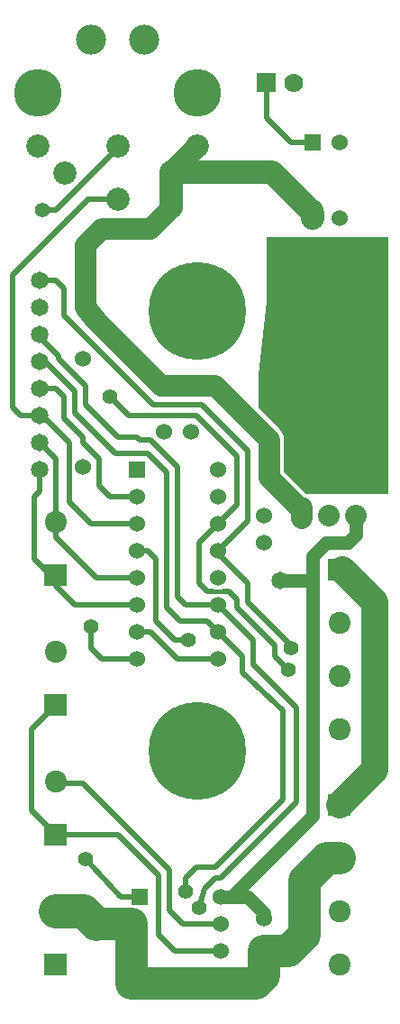
<source format=gbr>
G04 start of page 3 for group 1 idx 3 *
G04 Title: (unknown), component *
G04 Creator: pcb 1.99x *
G04 CreationDate: Sun Mar 21 05:59:03 2010 UTC *
G04 For: davidellsworth *
G04 Format: Gerber/RS-274X *
G04 PCB-Dimensions: 155000 370000 *
G04 PCB-Coordinate-Origin: lower left *
%MOIN*%
%FSLAX24Y24*%
%LNFRONT*%
%ADD11C,0.0500*%
%ADD12C,0.0200*%
%ADD13C,0.1000*%
%ADD14C,0.0800*%
%ADD15C,0.1200*%
%ADD17C,0.0150*%
%ADD18C,0.0600*%
%ADD19C,0.0812*%
%ADD20C,0.0650*%
%ADD21C,0.0860*%
%ADD22C,0.1110*%
%ADD23C,0.1760*%
%ADD24C,0.0700*%
%ADD25C,0.2550*%
%ADD26C,0.0550*%
%ADD27C,0.3600*%
%ADD28C,0.0512*%
%ADD29C,0.0300*%
%ADD30C,0.0950*%
%ADD31C,0.0450*%
%ADD32C,0.1300*%
%ADD33C,0.0250*%
%ADD34C,0.1250*%
%ADD35C,0.0850*%
%ADD36C,0.0400*%
%ADD37R,0.3550X0.3550*%
G54D11*X13600Y18500D02*Y17800D01*
X13300Y17500D01*
X12500D01*
X12000Y17000D01*
Y16100D02*X10800D01*
G54D12*X5900Y17200D02*X5500D01*
X6200Y16900D02*X5900Y17200D01*
X6200Y16900D02*Y14600D01*
X6900Y13900D01*
X7400D01*
G54D11*X9600Y4400D02*X10200Y3800D01*
X12000Y7400D02*Y17000D01*
X10200Y3800D02*Y3600D01*
X12000Y7400D02*X9000Y4400D01*
X8600D01*
X9600D01*
G54D15*X11100Y2400D02*X11700Y3000D01*
X5300Y1200D02*X9900D01*
X10200Y1500D02*Y2400D01*
X9900Y1200D02*X10200Y1500D01*
Y2400D02*X11100D01*
G54D34*X2500Y3868D02*X3531D01*
X4000Y3400D01*
G54D15*X5300D01*
Y1200D01*
X11700Y3000D02*Y5000D01*
X12531Y5831D01*
X13000D01*
G54D12*G36*
X10960Y20131D02*Y21300D01*
X10957Y21325D01*
Y21348D01*
X10953Y21372D01*
X10951Y21397D01*
X10945Y21420D01*
X10940Y21445D01*
X10932Y21468D01*
X10926Y21491D01*
X10916Y21513D01*
X10907Y21536D01*
X10895Y21557D01*
X10885Y21580D01*
X10870Y21600D01*
X10858Y21621D01*
X10843Y21639D01*
X10829Y21660D01*
X10811Y21677D01*
X10795Y21696D01*
X10000Y22491D01*
Y23700D01*
X10525D01*
Y23525D01*
X10526Y23507D01*
X10531Y23490D01*
X10538Y23475D01*
X10548Y23460D01*
X10560Y23448D01*
X10575Y23438D01*
X10590Y23431D01*
X10607Y23426D01*
X10625Y23425D01*
X14575D01*
X14592Y23426D01*
X14609Y23431D01*
X14625Y23438D01*
X14639Y23448D01*
X14651Y23460D01*
X14661Y23475D01*
X14669Y23490D01*
X14673Y23507D01*
X14675Y23525D01*
Y23700D01*
X14800D01*
Y19300D01*
X11791D01*
X10960Y20131D01*
G37*
G36*
X10300Y27000D02*Y28800D01*
X14800D01*
Y27000D01*
X14675D01*
Y27075D01*
X14673Y27092D01*
X14669Y27109D01*
X14661Y27125D01*
X14651Y27139D01*
X14639Y27151D01*
X14625Y27161D01*
X14609Y27169D01*
X14592Y27173D01*
X14575Y27175D01*
X10625D01*
X10607Y27173D01*
X10590Y27169D01*
X10575Y27161D01*
X10560Y27151D01*
X10548Y27139D01*
X10538Y27125D01*
X10531Y27109D01*
X10526Y27092D01*
X10525Y27075D01*
Y27000D01*
X10300D01*
G37*
G36*
X10500Y23600D02*X10000Y23500D01*
Y23700D01*
X10300Y26400D01*
X10500D01*
Y23600D01*
G37*
G54D12*X1700Y16900D02*Y19200D01*
X1900Y19400D01*
X5500Y15200D02*X3200D01*
X5500Y16200D02*X4000D01*
X6600Y15100D02*Y20100D01*
X5900Y20800D01*
X4100Y20600D02*Y19600D01*
X4500Y19200D01*
X1700Y16900D02*X2300Y16300D01*
X2500D01*
X4000Y16200D02*X2500Y17700D01*
Y16300D02*X2600Y16200D01*
X2500Y15900D02*Y16300D01*
X3200Y15200D02*X2500Y15900D01*
Y20600D02*Y17700D01*
X1900Y19400D02*Y20200D01*
Y21200D02*X2500Y20600D01*
X3000Y21200D02*X2000Y22200D01*
X3000Y19000D02*X3800Y18200D01*
X4500Y19200D02*X5500D01*
Y18200D02*X5400Y18300D01*
X5500Y18200D02*X3800D01*
X2800Y22100D02*X3500Y21400D01*
Y21200D02*X4100Y20600D01*
X3500Y21400D02*Y21200D01*
X2100Y24200D02*X3200Y23100D01*
X2500Y23200D02*X1900D01*
X2500D02*X2800Y22900D01*
X2600Y24400D02*Y24300D01*
X1900Y24200D02*X2100D01*
X2000Y22200D02*X1200D01*
X900Y22500D01*
X2800Y22900D02*Y22100D01*
X3000Y21200D02*Y19000D01*
X3200Y23100D02*Y22300D01*
X5900Y20800D02*X4700D01*
X7700Y22200D02*X5200D01*
X4800Y21400D02*X5500D01*
X6000Y21300D02*X5600D01*
X5500Y21400D01*
X7000Y20300D02*X6000Y21300D01*
X5200Y22200D02*X4500Y22900D01*
X3200Y22300D02*X4700Y20800D01*
X3600Y22600D02*X4800Y21400D01*
X6100Y22600D02*X7900D01*
G54D14*X8400Y23300D02*X6400D01*
X4000Y25700D01*
G54D12*X2800Y25900D02*X6100Y22600D01*
X3600Y23300D02*Y22600D01*
X900Y22500D02*Y27400D01*
X2600Y29100D02*X900Y27400D01*
X2800Y26900D02*Y25900D01*
Y26900D02*X2500Y27200D01*
X1900D01*
G54D14*X3600Y26200D02*Y28500D01*
G54D12*X1900Y25200D02*Y25100D01*
X2600Y24400D01*
G54D14*X4000Y25700D02*X3600Y26200D01*
G54D12*X2600Y24300D02*X3600Y23300D01*
G54D14*Y28500D02*X4200Y29100D01*
X6000D02*X6800Y29900D01*
X4200Y29100D02*X6000D01*
G54D35*X6768Y31178D02*Y29900D01*
Y31178D02*X6789Y31200D01*
G54D12*X3700Y30200D02*X2600Y29100D01*
X2500Y29800D02*X4800Y32100D01*
X2000Y29800D02*X2500D01*
X3694Y30194D02*X4800D01*
X8400Y5100D02*X8000Y4700D01*
X10900Y8000D02*X8400Y5500D01*
X11400Y7900D02*X8600Y5100D01*
X8400D01*
X7700Y5500D02*X7300Y5100D01*
X6300Y5200D02*X4800Y6700D01*
X3500Y8600D02*X6700Y5400D01*
X5600Y4400D02*X4900D01*
X4800Y6700D02*X2600D01*
X2500Y8600D02*X3500D01*
X4900Y4400D02*X3600Y5800D01*
X2500Y6700D02*X1600Y7600D01*
Y10600D01*
X2500Y11500D01*
X5500Y14200D02*X6000D01*
X3800Y14400D02*Y13600D01*
X4200Y13200D01*
X5500D01*
X6000Y14200D02*X7000Y13200D01*
X8400Y5500D02*X7700D01*
X7300Y5100D02*Y4600D01*
X8000Y4700D02*X7800Y4000D01*
X6700Y5400D02*Y3900D01*
X8600Y2400D02*X6900D01*
X6300Y3000D01*
Y5200D01*
X6700Y3900D02*X7200Y3400D01*
X8600D01*
X10600Y13300D02*X11100Y12800D01*
X10600Y13700D02*Y13300D01*
X9800Y13000D02*X11400Y11400D01*
X9400Y12700D02*X10900Y11300D01*
X9400Y13300D02*Y12700D01*
X10900Y11300D02*Y8000D01*
G54D13*X13000Y7800D02*X14300Y9100D01*
Y15300D01*
G54D12*X11400Y11400D02*Y7900D01*
X7100Y14600D02*X8100D01*
X9400Y13300D02*X8100Y14600D01*
X9800Y13900D02*X8500Y15200D01*
X7000Y13200D02*X8500D01*
X6600Y15100D02*X7100Y14600D01*
X9800Y13900D02*Y13000D01*
X8900Y15700D02*X9200Y15400D01*
Y15100D01*
X9600Y15300D02*X11200Y13700D01*
X9200Y15100D02*X10600Y13700D01*
G54D14*X12000Y29800D02*Y29500D01*
G54D35*Y29700D02*Y29500D01*
G54D11*X11300Y27200D02*X14300D01*
X10600D02*X11300D01*
G54D12*X10300Y33200D02*X11200Y32300D01*
X10300Y34500D02*Y33200D01*
G54D35*X10500Y31200D02*X12000Y29700D01*
X6789Y31200D02*X10500D01*
G54D12*X11200Y32300D02*X12000D01*
G54D14*X6768Y31178D02*X7752Y32163D01*
X11600Y18800D02*Y18400D01*
X11500Y18800D02*X11600D01*
G54D36*X10500Y27200D02*Y23500D01*
X14600Y27500D02*Y23400D01*
G54D11*X10600Y23500D02*X14400D01*
G54D14*X10400Y21300D02*Y19900D01*
X11500Y18800D01*
G54D13*X14300Y15300D02*X13100Y16500D01*
G54D12*X9200Y18900D02*Y20700D01*
X9600Y18300D02*Y20900D01*
X9200Y20700D02*X7700Y22200D01*
X9600Y20900D02*X7900Y22600D01*
X9600Y16000D02*Y15300D01*
G54D14*X8400Y23300D02*X10400Y21300D01*
G54D12*X8100Y15700D02*X8300D01*
G54D17*X8700D01*
G54D12*X8900D01*
X8500Y17100D02*X9600Y16000D01*
X7800Y17500D02*Y16000D01*
X8100Y15700D01*
X7300Y15200D02*X8500D01*
X7000Y15500D02*X7300Y15200D01*
X8500Y17200D02*X9600Y18300D01*
X9200Y18900D02*X7800Y17500D01*
X7000Y15500D02*Y20300D01*
G54D19*X13000Y14531D03*
Y12563D03*
Y10594D03*
G54D12*G36*
X12594Y8205D02*Y7394D01*
X13405D01*
Y8205D01*
X12594D01*
G37*
G54D19*X13000Y5831D03*
Y3863D03*
Y1894D03*
G54D12*G36*
X2094Y16705D02*Y15894D01*
X2905D01*
Y16705D01*
X2094D01*
G37*
G54D19*X2500Y18268D03*
G54D12*G36*
X12594Y16905D02*Y16094D01*
X13405D01*
Y16905D01*
X12594D01*
G37*
G54D14*X13600Y18500D03*
G54D18*X10200Y17500D03*
X8500Y15200D03*
Y16200D03*
Y17200D03*
Y18200D03*
X10200Y18500D03*
X5500Y18200D03*
Y17200D03*
Y16200D03*
Y15200D03*
G54D14*X11600Y18500D03*
X12600D03*
G54D18*X3500Y20300D03*
Y24300D03*
G54D20*X1900Y23200D03*
Y22200D03*
Y21200D03*
G54D18*X7500Y21600D03*
X6500D03*
G54D20*X1900Y20200D03*
G54D12*G36*
X5200Y20500D02*Y19900D01*
X5800D01*
Y20500D01*
X5200D01*
G37*
G54D18*X5500Y19200D03*
X8500D03*
Y20200D03*
G54D12*G36*
X2094Y7105D02*Y6294D01*
X2905D01*
Y7105D01*
X2094D01*
G37*
G36*
X5300Y4700D02*Y4100D01*
X5900D01*
Y4700D01*
X5300D01*
G37*
G54D18*X5600Y3400D03*
Y2400D03*
G54D19*X2500Y3868D03*
G54D18*X5600Y1400D03*
X8600D03*
Y2400D03*
Y3400D03*
Y4400D03*
X10200Y3600D03*
Y2600D03*
G54D19*X2500Y8668D03*
G54D12*G36*
X2094Y11905D02*Y11094D01*
X2905D01*
Y11905D01*
X2094D01*
G37*
G54D19*X2500Y13468D03*
G54D12*G36*
X2094Y2305D02*Y1494D01*
X2905D01*
Y2305D01*
X2094D01*
G37*
G54D18*X5500Y14200D03*
Y13200D03*
X8500D03*
Y14200D03*
G54D21*X1847Y32163D03*
X2831Y31178D03*
X4800Y30194D03*
Y32163D03*
X6768Y31178D03*
X7752Y32163D03*
G54D22*X3815Y36100D03*
X5784D03*
G54D23*X1847Y34131D03*
X7752D03*
G54D12*G36*
X9950Y34850D02*Y34150D01*
X10650D01*
Y34850D01*
X9950D01*
G37*
G54D24*X11300Y34500D03*
G54D12*G36*
X11700Y29800D02*Y29200D01*
X12300D01*
Y29800D01*
X11700D01*
G37*
G54D18*X13000Y29500D03*
G54D12*G36*
X11700Y32600D02*Y32000D01*
X12300D01*
Y32600D01*
X11700D01*
G37*
G54D18*X13000Y32300D03*
G54D25*X12600Y25200D03*
G54D20*X1900Y27200D03*
Y26200D03*
Y25200D03*
Y24200D03*
G54D26*X7400Y13900D03*
G54D20*X10800Y16100D03*
G54D26*X11200Y13600D03*
X11100Y12800D03*
X3600Y5800D03*
X7800Y4000D03*
X7300Y4600D03*
X3800Y14400D03*
G54D27*X7750Y26050D03*
G54D26*X4500Y22900D03*
X2000Y29800D03*
G54D27*X7750Y9800D03*
G54D37*X12400Y25300D02*X12800D01*
G54D28*G54D11*G54D29*G54D11*G54D29*G54D28*G54D29*G54D28*G54D29*G54D28*G54D29*G54D11*G54D30*G54D31*G54D29*G54D32*G54D29*G54D33*G54D29*G54D33*G54D32*G54D33*G54D32*M02*

</source>
